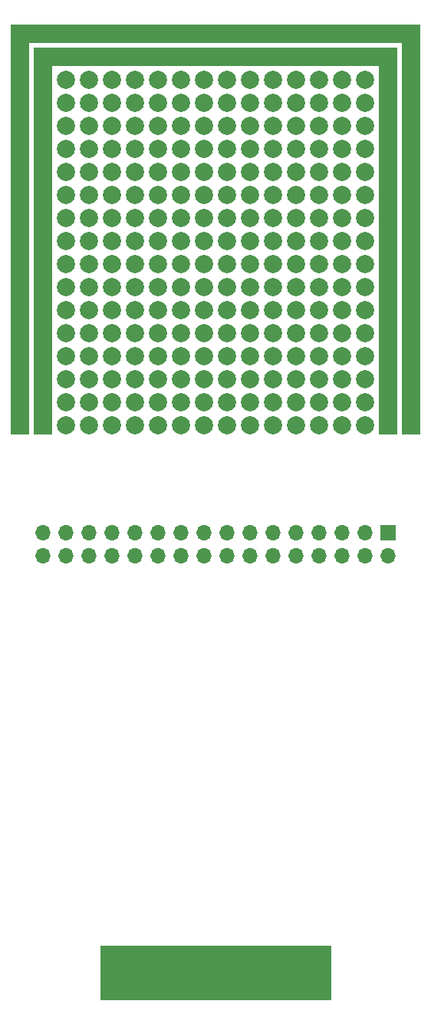
<source format=gts>
%TF.GenerationSoftware,KiCad,Pcbnew,6.0.2+dfsg-1*%
%TF.CreationDate,2022-07-07T18:02:14-05:00*%
%TF.ProjectId,protopak64,70726f74-6f70-4616-9b36-342e6b696361,rev?*%
%TF.SameCoordinates,Original*%
%TF.FileFunction,Soldermask,Top*%
%TF.FilePolarity,Negative*%
%FSLAX46Y46*%
G04 Gerber Fmt 4.6, Leading zero omitted, Abs format (unit mm)*
G04 Created by KiCad (PCBNEW 6.0.2+dfsg-1) date 2022-07-07 18:02:14*
%MOMM*%
%LPD*%
G01*
G04 APERTURE LIST*
%ADD10C,0.120000*%
%ADD11R,1.700000X1.700000*%
%ADD12O,1.700000X1.700000*%
%ADD13R,1.000000X5.400000*%
%ADD14R,2.000000X2.000000*%
%ADD15C,2.000000*%
G04 APERTURE END LIST*
D10*
%TO.C,J1*%
X131064000Y-155219000D02*
X156464000Y-155219000D01*
X156464000Y-155219000D02*
X156464000Y-149319000D01*
X156464000Y-149319000D02*
X131064000Y-149319000D01*
X131064000Y-149319000D02*
X131064000Y-155219000D01*
G36*
X131064000Y-155219000D02*
G01*
X156464000Y-155219000D01*
X156464000Y-149319000D01*
X131064000Y-149319000D01*
X131064000Y-155219000D01*
G37*
%TO.C,REF\u002A\u002A*%
G36*
X166354000Y-92948000D02*
G01*
X164354000Y-92948000D01*
X164354000Y-49768000D01*
X123174000Y-49768000D01*
X123174000Y-92948000D01*
X121174000Y-92948000D01*
X121174000Y-47768000D01*
X166354000Y-47768000D01*
X166354000Y-92948000D01*
G37*
G36*
X163814000Y-92948000D02*
G01*
X161814000Y-92948000D01*
X161814000Y-52308000D01*
X125714000Y-52308000D01*
X125714000Y-92948000D01*
X123714000Y-92948000D01*
X123714000Y-50308000D01*
X163814000Y-50308000D01*
X163814000Y-92948000D01*
G37*
%TD*%
D11*
%TO.C,J2*%
X162814000Y-103754000D03*
D12*
X162814000Y-106294000D03*
X160274000Y-103754000D03*
X160274000Y-106294000D03*
X157734000Y-103754000D03*
X157734000Y-106294000D03*
X155194000Y-103754000D03*
X155194000Y-106294000D03*
X152654000Y-103754000D03*
X152654000Y-106294000D03*
X150114000Y-103754000D03*
X150114000Y-106294000D03*
X147574000Y-103754000D03*
X147574000Y-106294000D03*
X145034000Y-103754000D03*
X145034000Y-106294000D03*
X142494000Y-103754000D03*
X142494000Y-106294000D03*
X139954000Y-103754000D03*
X139954000Y-106294000D03*
X137414000Y-103754000D03*
X137414000Y-106294000D03*
X134874000Y-103754000D03*
X134874000Y-106294000D03*
X132334000Y-103754000D03*
X132334000Y-106294000D03*
X129794000Y-103754000D03*
X129794000Y-106294000D03*
X127254000Y-103754000D03*
X127254000Y-106294000D03*
X124714000Y-103754000D03*
X124714000Y-106294000D03*
%TD*%
D13*
%TO.C,J1*%
X155014000Y-152019000D03*
X153514000Y-152019000D03*
X152014000Y-152019000D03*
X150514000Y-152019000D03*
X149014000Y-152019000D03*
X147514000Y-152019000D03*
X146014000Y-152019000D03*
X144514000Y-152019000D03*
X143014000Y-152019000D03*
X141514000Y-152019000D03*
X140014000Y-152019000D03*
X138514000Y-152019000D03*
X137014000Y-152019000D03*
X135514000Y-152019000D03*
X134014000Y-152019000D03*
X132514000Y-152019000D03*
%TD*%
D14*
%TO.C,REF\u002A\u002A*%
X122174000Y-48768000D03*
X124714000Y-48768000D03*
X127254000Y-48768000D03*
X129794000Y-48768000D03*
X132334000Y-48768000D03*
X134874000Y-48768000D03*
X137414000Y-48768000D03*
X139954000Y-48768000D03*
X142494000Y-48768000D03*
X145034000Y-48768000D03*
X147574000Y-48768000D03*
X150114000Y-48768000D03*
X152654000Y-48768000D03*
X155194000Y-48768000D03*
X157734000Y-48768000D03*
X160274000Y-48768000D03*
X162814000Y-48768000D03*
X165354000Y-48768000D03*
X122174000Y-51308000D03*
X124714000Y-51308000D03*
X127254000Y-51308000D03*
X129794000Y-51308000D03*
X132334000Y-51308000D03*
X134874000Y-51308000D03*
X137414000Y-51308000D03*
X139954000Y-51308000D03*
X142494000Y-51308000D03*
X145034000Y-51308000D03*
X147574000Y-51308000D03*
X150114000Y-51308000D03*
X152654000Y-51308000D03*
X155194000Y-51308000D03*
X157734000Y-51308000D03*
X160274000Y-51308000D03*
X162814000Y-51308000D03*
X165354000Y-51308000D03*
X122174000Y-53848000D03*
X124714000Y-53848000D03*
D15*
X127254000Y-53848000D03*
X129794000Y-53848000D03*
X132334000Y-53848000D03*
X134874000Y-53848000D03*
X137414000Y-53848000D03*
X139954000Y-53848000D03*
X142494000Y-53848000D03*
X145034000Y-53848000D03*
X147574000Y-53848000D03*
X150114000Y-53848000D03*
X152654000Y-53848000D03*
X155194000Y-53848000D03*
X157734000Y-53848000D03*
X160274000Y-53848000D03*
D14*
X162814000Y-53848000D03*
X165354000Y-53848000D03*
X122174000Y-56388000D03*
X124714000Y-56388000D03*
D15*
X127254000Y-56388000D03*
X129794000Y-56388000D03*
X132334000Y-56388000D03*
X134874000Y-56388000D03*
X137414000Y-56388000D03*
X139954000Y-56388000D03*
X142494000Y-56388000D03*
X145034000Y-56388000D03*
X147574000Y-56388000D03*
X150114000Y-56388000D03*
X152654000Y-56388000D03*
X155194000Y-56388000D03*
X157734000Y-56388000D03*
X160274000Y-56388000D03*
D14*
X162814000Y-56388000D03*
X165354000Y-56388000D03*
X122174000Y-58928000D03*
X124714000Y-58928000D03*
D15*
X127254000Y-58928000D03*
X129794000Y-58928000D03*
X132334000Y-58928000D03*
X134874000Y-58928000D03*
X137414000Y-58928000D03*
X139954000Y-58928000D03*
X142494000Y-58928000D03*
X145034000Y-58928000D03*
X147574000Y-58928000D03*
X150114000Y-58928000D03*
X152654000Y-58928000D03*
X155194000Y-58928000D03*
X157734000Y-58928000D03*
X160274000Y-58928000D03*
D14*
X162814000Y-58928000D03*
X165354000Y-58928000D03*
X122174000Y-61468000D03*
X124714000Y-61468000D03*
D15*
X127254000Y-61468000D03*
X129794000Y-61468000D03*
X132334000Y-61468000D03*
X134874000Y-61468000D03*
X137414000Y-61468000D03*
X139954000Y-61468000D03*
X142494000Y-61468000D03*
X145034000Y-61468000D03*
X147574000Y-61468000D03*
X150114000Y-61468000D03*
X152654000Y-61468000D03*
X155194000Y-61468000D03*
X157734000Y-61468000D03*
X160274000Y-61468000D03*
D14*
X162814000Y-61468000D03*
X165354000Y-61468000D03*
X122174000Y-64008000D03*
X124714000Y-64008000D03*
D15*
X127254000Y-64008000D03*
X129794000Y-64008000D03*
X132334000Y-64008000D03*
X134874000Y-64008000D03*
X137414000Y-64008000D03*
X139954000Y-64008000D03*
X142494000Y-64008000D03*
X145034000Y-64008000D03*
X147574000Y-64008000D03*
X150114000Y-64008000D03*
X152654000Y-64008000D03*
X155194000Y-64008000D03*
X157734000Y-64008000D03*
X160274000Y-64008000D03*
D14*
X162814000Y-64008000D03*
X165354000Y-64008000D03*
X122174000Y-66548000D03*
X124714000Y-66548000D03*
D15*
X127254000Y-66548000D03*
X129794000Y-66548000D03*
X132334000Y-66548000D03*
X134874000Y-66548000D03*
X137414000Y-66548000D03*
X139954000Y-66548000D03*
X142494000Y-66548000D03*
X145034000Y-66548000D03*
X147574000Y-66548000D03*
X150114000Y-66548000D03*
X152654000Y-66548000D03*
X155194000Y-66548000D03*
X157734000Y-66548000D03*
X160274000Y-66548000D03*
D14*
X162814000Y-66548000D03*
X165354000Y-66548000D03*
X122174000Y-69088000D03*
X124714000Y-69088000D03*
D15*
X127254000Y-69088000D03*
X129794000Y-69088000D03*
X132334000Y-69088000D03*
X134874000Y-69088000D03*
X137414000Y-69088000D03*
X139954000Y-69088000D03*
X142494000Y-69088000D03*
X145034000Y-69088000D03*
X147574000Y-69088000D03*
X150114000Y-69088000D03*
X152654000Y-69088000D03*
X155194000Y-69088000D03*
X157734000Y-69088000D03*
X160274000Y-69088000D03*
D14*
X162814000Y-69088000D03*
X165354000Y-69088000D03*
X122174000Y-71628000D03*
X124714000Y-71628000D03*
D15*
X127254000Y-71628000D03*
X129794000Y-71628000D03*
X132334000Y-71628000D03*
X134874000Y-71628000D03*
X137414000Y-71628000D03*
X139954000Y-71628000D03*
X142494000Y-71628000D03*
X145034000Y-71628000D03*
X147574000Y-71628000D03*
X150114000Y-71628000D03*
X152654000Y-71628000D03*
X155194000Y-71628000D03*
X157734000Y-71628000D03*
X160274000Y-71628000D03*
D14*
X162814000Y-71628000D03*
X165354000Y-71628000D03*
X122174000Y-74168000D03*
X124714000Y-74168000D03*
D15*
X127254000Y-74168000D03*
X129794000Y-74168000D03*
X132334000Y-74168000D03*
X134874000Y-74168000D03*
X137414000Y-74168000D03*
X139954000Y-74168000D03*
X142494000Y-74168000D03*
X145034000Y-74168000D03*
X147574000Y-74168000D03*
X150114000Y-74168000D03*
X152654000Y-74168000D03*
X155194000Y-74168000D03*
X157734000Y-74168000D03*
X160274000Y-74168000D03*
D14*
X162814000Y-74168000D03*
X165354000Y-74168000D03*
X122174000Y-76708000D03*
X124714000Y-76708000D03*
D15*
X127254000Y-76708000D03*
X129794000Y-76708000D03*
X132334000Y-76708000D03*
X134874000Y-76708000D03*
X137414000Y-76708000D03*
X139954000Y-76708000D03*
X142494000Y-76708000D03*
X145034000Y-76708000D03*
X147574000Y-76708000D03*
X150114000Y-76708000D03*
X152654000Y-76708000D03*
X155194000Y-76708000D03*
X157734000Y-76708000D03*
X160274000Y-76708000D03*
D14*
X162814000Y-76708000D03*
X165354000Y-76708000D03*
X122174000Y-79248000D03*
X124714000Y-79248000D03*
D15*
X127254000Y-79248000D03*
X129794000Y-79248000D03*
X132334000Y-79248000D03*
X134874000Y-79248000D03*
X137414000Y-79248000D03*
X139954000Y-79248000D03*
X142494000Y-79248000D03*
X145034000Y-79248000D03*
X147574000Y-79248000D03*
X150114000Y-79248000D03*
X152654000Y-79248000D03*
X155194000Y-79248000D03*
X157734000Y-79248000D03*
X160274000Y-79248000D03*
D14*
X162814000Y-79248000D03*
X165354000Y-79248000D03*
X122174000Y-81788000D03*
X124714000Y-81788000D03*
D15*
X127254000Y-81788000D03*
X129794000Y-81788000D03*
X132334000Y-81788000D03*
X134874000Y-81788000D03*
X137414000Y-81788000D03*
X139954000Y-81788000D03*
X142494000Y-81788000D03*
X145034000Y-81788000D03*
X147574000Y-81788000D03*
X150114000Y-81788000D03*
X152654000Y-81788000D03*
X155194000Y-81788000D03*
X157734000Y-81788000D03*
X160274000Y-81788000D03*
D14*
X162814000Y-81788000D03*
X165354000Y-81788000D03*
X122174000Y-84328000D03*
X124714000Y-84328000D03*
D15*
X127254000Y-84328000D03*
X129794000Y-84328000D03*
X132334000Y-84328000D03*
X134874000Y-84328000D03*
X137414000Y-84328000D03*
X139954000Y-84328000D03*
X142494000Y-84328000D03*
X145034000Y-84328000D03*
X147574000Y-84328000D03*
X150114000Y-84328000D03*
X152654000Y-84328000D03*
X155194000Y-84328000D03*
X157734000Y-84328000D03*
X160274000Y-84328000D03*
D14*
X162814000Y-84328000D03*
X165354000Y-84328000D03*
X122174000Y-86868000D03*
X124714000Y-86868000D03*
D15*
X127254000Y-86868000D03*
X129794000Y-86868000D03*
X132334000Y-86868000D03*
X134874000Y-86868000D03*
X137414000Y-86868000D03*
X139954000Y-86868000D03*
X142494000Y-86868000D03*
X145034000Y-86868000D03*
X147574000Y-86868000D03*
X150114000Y-86868000D03*
X152654000Y-86868000D03*
X155194000Y-86868000D03*
X157734000Y-86868000D03*
X160274000Y-86868000D03*
D14*
X162814000Y-86868000D03*
X165354000Y-86868000D03*
X122174000Y-89408000D03*
X124714000Y-89408000D03*
D15*
X127254000Y-89408000D03*
X129794000Y-89408000D03*
X132334000Y-89408000D03*
X134874000Y-89408000D03*
X137414000Y-89408000D03*
X139954000Y-89408000D03*
X142494000Y-89408000D03*
X145034000Y-89408000D03*
X147574000Y-89408000D03*
X150114000Y-89408000D03*
X152654000Y-89408000D03*
X155194000Y-89408000D03*
X157734000Y-89408000D03*
X160274000Y-89408000D03*
D14*
X162814000Y-89408000D03*
X165354000Y-89408000D03*
X122174000Y-91948000D03*
X124714000Y-91948000D03*
D15*
X127254000Y-91948000D03*
X129794000Y-91948000D03*
X132334000Y-91948000D03*
X134874000Y-91948000D03*
X137414000Y-91948000D03*
X139954000Y-91948000D03*
X142494000Y-91948000D03*
X145034000Y-91948000D03*
X147574000Y-91948000D03*
X150114000Y-91948000D03*
X152654000Y-91948000D03*
X155194000Y-91948000D03*
X157734000Y-91948000D03*
X160274000Y-91948000D03*
D14*
X162814000Y-91948000D03*
X165354000Y-91948000D03*
%TD*%
M02*

</source>
